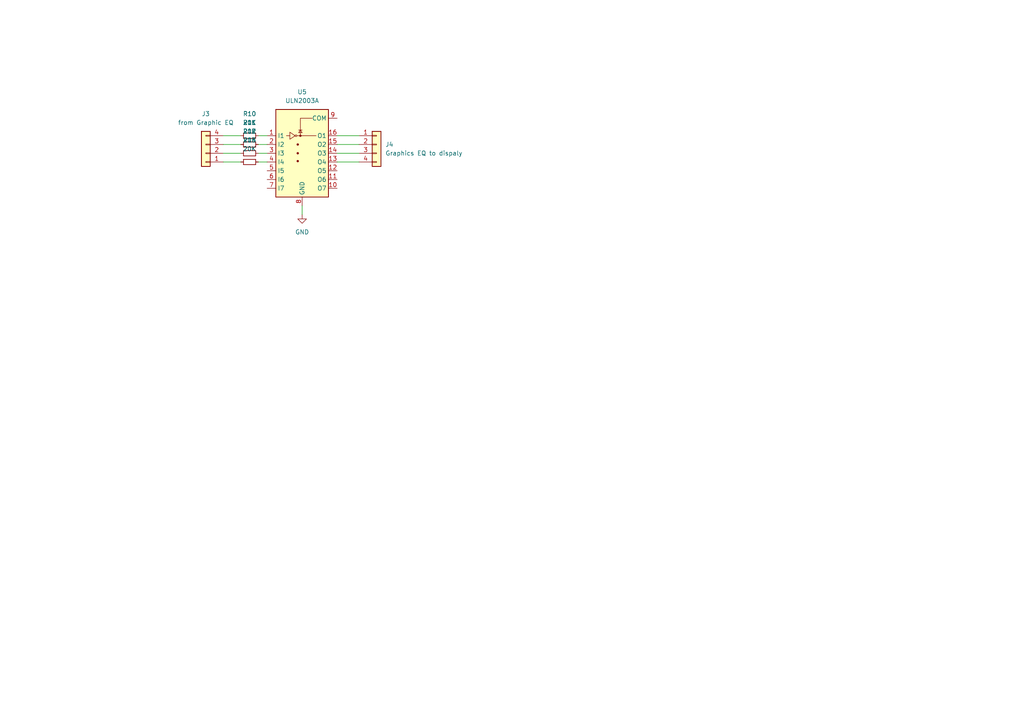
<source format=kicad_sch>
(kicad_sch (version 20211123) (generator eeschema)
  (paper "A4")
  (title_block (title "Light sequencer for backing LED's") (date "2022-09-24") (rev "1") (company "Kapz & Pon Electrix"))
  (lib_symbols
    (symbol "Connector_Generic:Conn_01x04" (pin_names (offset 1.016) hide)
      (property "Reference" "J" (at 0 5.08 0))
      (property "Value" "Conn_01x04" (at 0 -7.62 0))
      (symbol "Conn_01x04_1_1"
        (rectangle (start -1.27 -4.953) (end 0 -5.207) (stroke (width 0.1524)))
        (rectangle (start -1.27 -2.413) (end 0 -2.667) (stroke (width 0.1524)))
        (rectangle (start -1.27 0.127) (end 0 -0.127) (stroke (width 0.1524)))
        (rectangle (start -1.27 2.667) (end 0 2.413) (stroke (width 0.1524)))
        (rectangle (start -1.27 3.81) (end 1.27 -6.35) (stroke (width 0.254)) (fill (type background)))
        (pin passive line (at -5.08 2.54 0) (length 3.81) (name "Pin_1") (number "1"))
        (pin passive line (at -5.08 0 0) (length 3.81) (name "Pin_2") (number "2"))
        (pin passive line (at -5.08 -2.54 0) (length 3.81) (name "Pin_3") (number "3"))
        (pin passive line (at -5.08 -5.08 0) (length 3.81) (name "Pin_4") (number "4"))
      )
    )
    (symbol "Device:R_Small" (pin_numbers hide) (pin_names (offset 0.254) hide)
      (property "Reference" "R" (at 0.762 0.508 0))
      (property "Value" "R_Small" (at 0.762 -1.016 0))
      (symbol "R_Small_0_1"
        (rectangle (start -0.762 1.778) (end 0.762 -1.778) (stroke (width 0.2032)))
      )
      (symbol "R_Small_1_1"
        (pin passive line (at 0 2.54 270) (length 0.762) (name "~") (number "1"))
        (pin passive line (at 0 -2.54 90) (length 0.762) (name "~") (number "2"))
      )
    )
    (symbol "Transistor_Array:ULN2003A"
      (property "Reference" "U" (at 0 15.875 0))
      (property "Value" "ULN2003A" (at 0 13.97 0))
      (symbol "ULN2003A_0_1"
        (rectangle (start -7.62 -12.7) (end 7.62 12.7) (stroke (width 0.254)) (fill (type background)))
        (circle (center -1.778 5.08) (radius 0.254))
        (circle (center -1.27 -2.286) (radius 0.254) (fill (type outline)))
        (circle (center -1.27 0) (radius 0.254) (fill (type outline)))
        (circle (center -1.27 2.54) (radius 0.254) (fill (type outline)))
        (circle (center -0.508 5.08) (radius 0.254) (fill (type outline)))
        (polyline (pts (xy -4.572 5.08) (xy -3.556 5.08)))
        (polyline (pts (xy -1.524 5.08) (xy 4.064 5.08)))
        (polyline (pts (xy 0 6.731) (xy -1.016 6.731)))
        (polyline (pts (xy -0.508 5.08) (xy -0.508 10.16) (xy 2.921 10.16)))
        (polyline (pts (xy -3.556 6.096) (xy -3.556 4.064) (xy -2.032 5.08) (xy -3.556 6.096)))
        (polyline (pts (xy 0 5.969) (xy -1.016 5.969) (xy -0.508 6.731) (xy 0 5.969)))
      )
      (symbol "ULN2003A_1_1"
        (pin input line (at -10.16 5.08 0) (length 2.54) (name "I1") (number "1"))
        (pin open_collector line (at 10.16 -10.16 180) (length 2.54) (name "O7") (number "10"))
        (pin open_collector line (at 10.16 -7.62 180) (length 2.54) (name "O6") (number "11"))
        (pin open_collector line (at 10.16 -5.08 180) (length 2.54) (name "O5") (number "12"))
        (pin open_collector line (at 10.16 -2.54 180) (length 2.54) (name "O4") (number "13"))
        (pin open_collector line (at 10.16 0 180) (length 2.54) (name "O3") (number "14"))
        (pin open_collector line (at 10.16 2.54 180) (length 2.54) (name "O2") (number "15"))
        (pin open_collector line (at 10.16 5.08 180) (length 2.54) (name "O1") (number "16"))
        (pin input line (at -10.16 2.54 0) (length 2.54) (name "I2") (number "2"))
        (pin input line (at -10.16 0 0) (length 2.54) (name "I3") (number "3"))
        (pin input line (at -10.16 -2.54 0) (length 2.54) (name "I4") (number "4"))
        (pin input line (at -10.16 -5.08 0) (length 2.54) (name "I5") (number "5"))
        (pin input line (at -10.16 -7.62 0) (length 2.54) (name "I6") (number "6"))
        (pin input line (at -10.16 -10.16 0) (length 2.54) (name "I7") (number "7"))
        (pin power_in line (at 0 -15.24 90) (length 2.54) (name "GND") (number "8"))
        (pin passive line (at 10.16 10.16 180) (length 2.54) (name "COM") (number "9"))
      )
    )
    (symbol "power:GND" (power) (pin_names (offset 0))
      (property "Value" "GND" (at 0 -3.81 0))
      (symbol "GND_0_1"
        (polyline (pts (xy 0 0) (xy 0 -1.27) (xy 1.27 -1.27) (xy 0 -2.54) (xy -1.27 -1.27) (xy 0 -1.27)))
      )
      (symbol "GND_1_1"
        (pin power_in line (at 0 0 270) (length 0) hide (name "GND") (number "1"))
      )
    )
  )
  (wire (pts (xy 74.93 46.99) (xy 77.47 46.99)))
  (wire (pts (xy 74.93 44.45) (xy 77.47 44.45)))
  (wire (pts (xy 64.77 44.45) (xy 69.85 44.45)))
  (wire (pts (xy 64.77 41.91) (xy 69.85 41.91)))
  (wire (pts (xy 97.79 46.99) (xy 104.14 46.99)))
  (wire (pts (xy 97.79 44.45) (xy 104.14 44.45)))
  (wire (pts (xy 64.77 39.37) (xy 69.85 39.37)))
  (wire (pts (xy 64.77 46.99) (xy 69.85 46.99)))
  (wire (pts (xy 74.93 39.37) (xy 77.47 39.37)))
  (wire (pts (xy 97.79 41.91) (xy 104.14 41.91)))
  (wire (pts (xy 97.79 39.37) (xy 104.14 39.37)))
  (wire (pts (xy 74.93 41.91) (xy 77.47 41.91)))
  (wire (pts (xy 87.63 59.69) (xy 87.63 62.23)))
  (symbol (lib_id "Connector_Generic:Conn_01x04") (at 59.69 44.45 180) (unit 1)
    (property "Reference" "J3" (at 59.69 33.02 0))
    (property "Value" "from Graphic EQ" (at 59.69 35.56 0))
    (property "Footprint" "Connector_PinHeader_2.54mm:PinHeader_1x04_P2.54mm_Vertical" (effects hide))
  )
  (symbol (lib_id "Device:R_Small") (at 72.39 39.37 90) (unit 1)
    (property "Reference" "R10" (at 72.39 33.02 90))
    (property "Value" "20K" (at 72.39 35.56 90))
    (property "Footprint" "Resistor_THT:R_Axial_DIN0204_L3.6mm_D1.6mm_P7.62mm_Horizontal" (effects hide))
  )
  (symbol (lib_id "Device:R_Small") (at 72.39 44.45 90) (unit 1)
    (property "Reference" "R12" (at 72.39 38.1 90))
    (property "Value" "20K" (at 72.39 40.64 90))
    (property "Footprint" "Resistor_THT:R_Axial_DIN0204_L3.6mm_D1.6mm_P7.62mm_Horizontal" (effects hide))
  )
  (symbol (lib_id "power:GND") (at 87.63 62.23 0) (unit 1)
    (property "Reference" "#PWR09" (effects hide))
    (property "Value" "GND" (at 87.63 67.31 0))
  )
  (symbol (lib_id "Device:R_Small") (at 72.39 46.99 90) (unit 1)
    (property "Reference" "R13" (at 72.39 40.64 90))
    (property "Value" "20K" (at 72.39 43.18 90))
    (property "Footprint" "Resistor_THT:R_Axial_DIN0204_L3.6mm_D1.6mm_P7.62mm_Horizontal" (effects hide))
  )
  (symbol (lib_id "Device:R_Small") (at 72.39 41.91 90) (unit 1)
    (property "Reference" "R11" (at 72.39 35.56 90))
    (property "Value" "20K" (at 72.39 38.1 90))
    (property "Footprint" "Resistor_THT:R_Axial_DIN0204_L3.6mm_D1.6mm_P7.62mm_Horizontal" (effects hide))
  )
  (symbol (lib_id "Connector_Generic:Conn_01x04") (at 109.22 41.91 0) (unit 1)
    (property "Reference" "J4" (at 111.76 41.9099 0) (effects (justify left)))
    (property "Value" "Graphics EQ to dispaly" (at 111.76 44.4499 0) (effects (justify left)))
    (property "Footprint" "Connector_PinHeader_2.54mm:PinHeader_1x04_P2.54mm_Vertical" (effects hide))
  )
  (symbol (lib_id "Transistor_Array:ULN2003A") (at 87.63 44.45 0) (unit 1)
    (property "Reference" "U5" (at 87.63 26.67 0))
    (property "Value" "ULN2003A" (at 87.63 29.21 0))
    (property "Footprint" "Package_DIP:DIP-16_W7.62mm" (effects hide))
    (property "Datasheet" "http://www.ti.com/lit/ds/symlink/uln2003a.pdf" (effects hide))
  )
)
</source>
